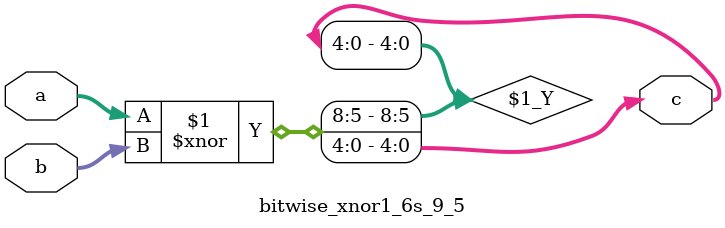
<source format=v>
module bitwise_xnor1_6s_9_5(a, b, c);
  input signed [5:0] a;
  input [8:0] b;
  output [4:0] c;
  assign c = a ~^ b;
endmodule

</source>
